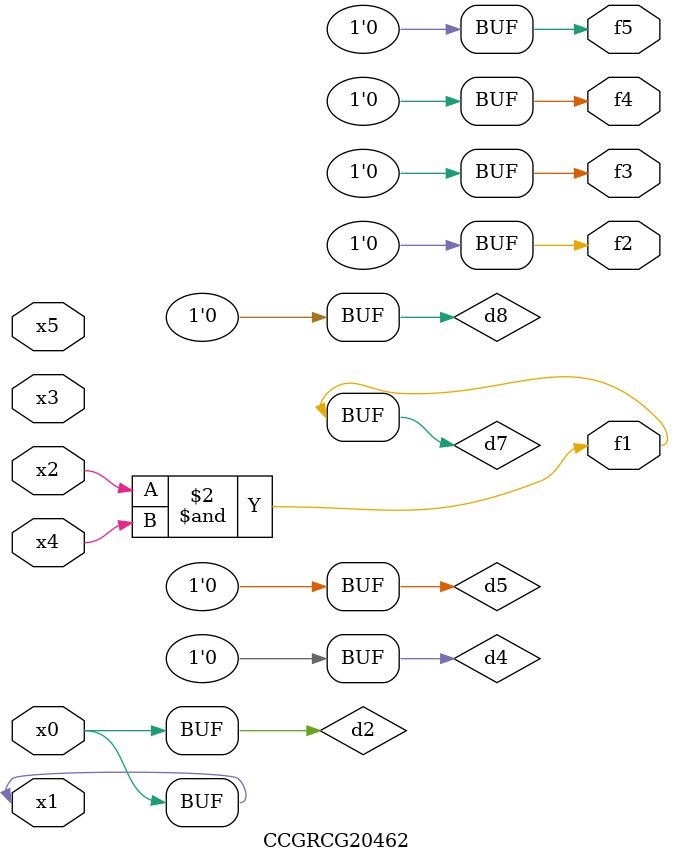
<source format=v>
module CCGRCG20462(
	input x0, x1, x2, x3, x4, x5,
	output f1, f2, f3, f4, f5
);

	wire d1, d2, d3, d4, d5, d6, d7, d8, d9;

	nand (d1, x1);
	buf (d2, x0, x1);
	nand (d3, x2, x4);
	and (d4, d1, d2);
	and (d5, d1, d2);
	nand (d6, d1, d3);
	not (d7, d3);
	xor (d8, d5);
	nor (d9, d5, d6);
	assign f1 = d7;
	assign f2 = d8;
	assign f3 = d8;
	assign f4 = d8;
	assign f5 = d8;
endmodule

</source>
